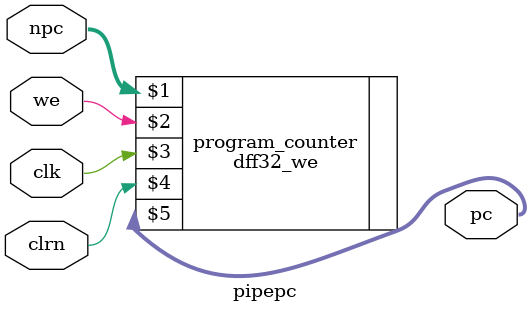
<source format=v>
`timescale 1ns / 1ps


// Company: 

// Engineer: 

// 

// Create Date:    15:46:40 10/25/2012 

// Design Name: 

// Module Name:    pipepc 

// Project Name: 

// Target Devices: 

// Tool versions: 

// Description: 

//

// Dependencies: 

//

// Revision: 

// Revision 0.01 - File Created

// Additional Comments: 

//

//////////////////////////////////////////////////////////////////////////////////

module pipepc(npc,we,clk,clrn,pc

    );

	 input [31:0] npc;

     //add we

     input we;

     //add we

	 input clk,clrn;

	 output [31:0] pc; 
	 dff32_we program_counter(npc,we,clk,clrn,pc);   

    

endmodule


</source>
